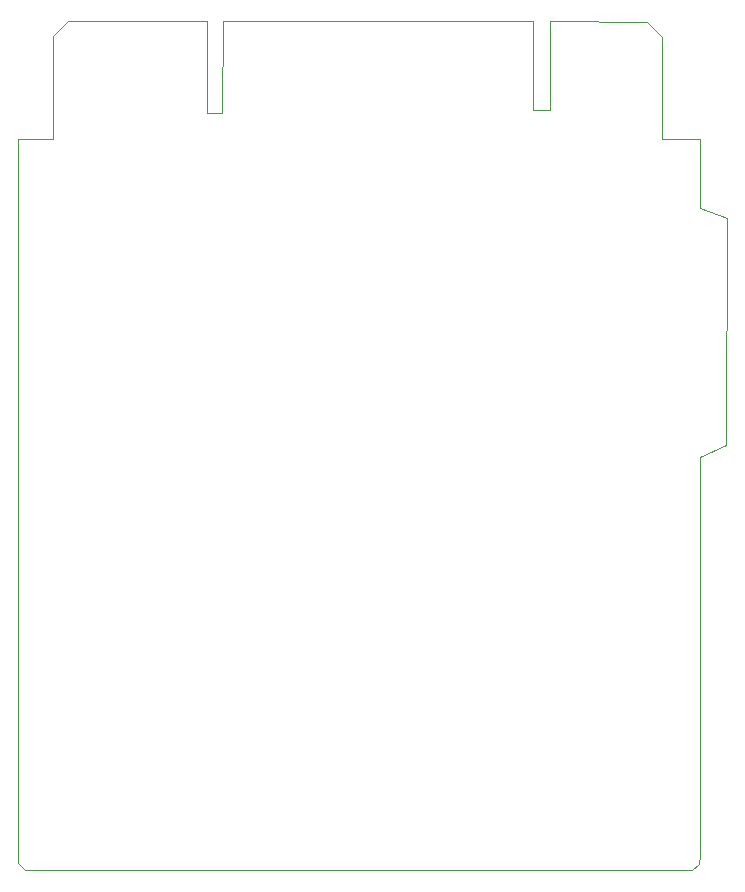
<source format=gbr>
%TF.GenerationSoftware,KiCad,Pcbnew,9.0.0*%
%TF.CreationDate,2025-04-04T12:39:40-04:00*%
%TF.ProjectId,RTC-Link2p,5254432d-4c69-46e6-9b32-702e6b696361,rev?*%
%TF.SameCoordinates,Original*%
%TF.FileFunction,Profile,NP*%
%FSLAX46Y46*%
G04 Gerber Fmt 4.6, Leading zero omitted, Abs format (unit mm)*
G04 Created by KiCad (PCBNEW 9.0.0) date 2025-04-04 12:39:40*
%MOMM*%
%LPD*%
G01*
G04 APERTURE LIST*
%TA.AperFunction,Profile*%
%ADD10C,0.100000*%
%TD*%
G04 APERTURE END LIST*
D10*
X123300000Y-116900000D02*
X123825000Y-117475000D01*
X123825000Y-117475000D02*
X180340000Y-117475000D01*
X168325000Y-53150000D02*
X168325000Y-45600000D01*
X123300000Y-55600000D02*
X126200000Y-55600000D01*
X127475000Y-45600000D02*
X139300000Y-45600000D01*
X183262742Y-62248528D02*
X181000000Y-61400000D01*
X183262742Y-62248528D02*
X183200000Y-81500000D01*
X177800000Y-46900000D02*
X177800000Y-55600000D01*
X139300000Y-45600000D02*
X139300000Y-53375000D01*
X177800000Y-55600000D02*
X181000000Y-55600000D01*
X166875000Y-53150000D02*
X168325000Y-53150000D01*
X181000000Y-55600000D02*
X181000000Y-61400000D01*
X123300000Y-55600000D02*
X123300000Y-108900000D01*
X168325000Y-45600000D02*
X176550000Y-45625000D01*
X176550000Y-45625000D02*
X177800000Y-46900000D01*
X180340000Y-117475000D02*
X180915000Y-116950000D01*
X180915000Y-116950000D02*
X180975000Y-116205000D01*
X123300000Y-116900000D02*
X123300000Y-108900000D01*
X166875000Y-45600000D02*
X166875000Y-53150000D01*
X140600000Y-45600000D02*
X166875000Y-45600000D01*
X139300000Y-53375000D02*
X140575000Y-53375000D01*
X181000000Y-82500000D02*
X183200000Y-81500000D01*
X126200000Y-46850000D02*
X127475000Y-45600000D01*
X140575000Y-53375000D02*
X140600000Y-45600000D01*
X126200000Y-55600000D02*
X126200000Y-46850000D01*
X180975000Y-116205000D02*
X181000000Y-82500000D01*
M02*

</source>
